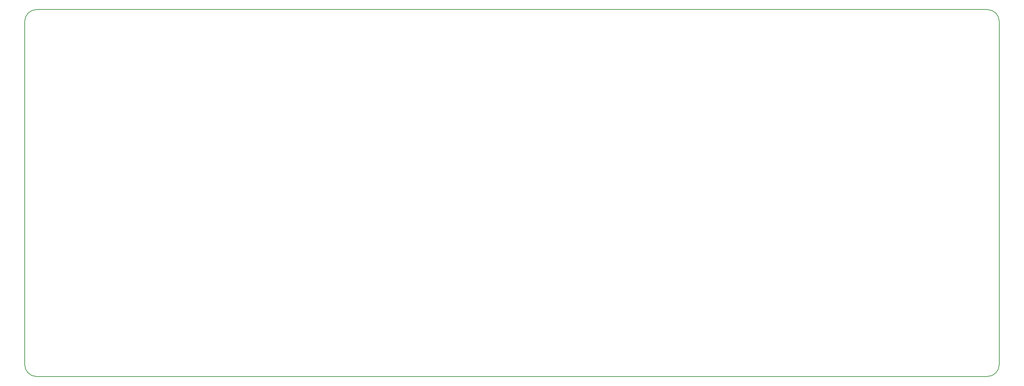
<source format=gbr>
G04 #@! TF.GenerationSoftware,KiCad,Pcbnew,(5.1.5)-3*
G04 #@! TF.CreationDate,2021-01-11T22:53:22-06:00*
G04 #@! TF.ProjectId,Power-Primary,506f7765-722d-4507-9269-6d6172792e6b,rev?*
G04 #@! TF.SameCoordinates,Original*
G04 #@! TF.FileFunction,Profile,NP*
%FSLAX46Y46*%
G04 Gerber Fmt 4.6, Leading zero omitted, Abs format (unit mm)*
G04 Created by KiCad (PCBNEW (5.1.5)-3) date 2021-01-11 22:53:22*
%MOMM*%
%LPD*%
G04 APERTURE LIST*
%ADD10C,0.150000*%
G04 APERTURE END LIST*
D10*
X252000000Y-136600000D02*
G75*
G02X249000000Y-139600000I-3000000J0D01*
G01*
X11000000Y-139600000D02*
G75*
G02X8000000Y-136600000I0J3000000D01*
G01*
X249000000Y-47600000D02*
G75*
G02X252000000Y-50600000I0J-3000000D01*
G01*
X8000000Y-50600000D02*
G75*
G02X11000000Y-47600000I3000000J0D01*
G01*
X11000000Y-139600000D02*
X249000000Y-139600000D01*
X252000000Y-50600000D02*
X252000000Y-136600000D01*
X11000000Y-47600000D02*
X249000000Y-47600000D01*
X8000000Y-50600000D02*
X8000000Y-136600000D01*
M02*

</source>
